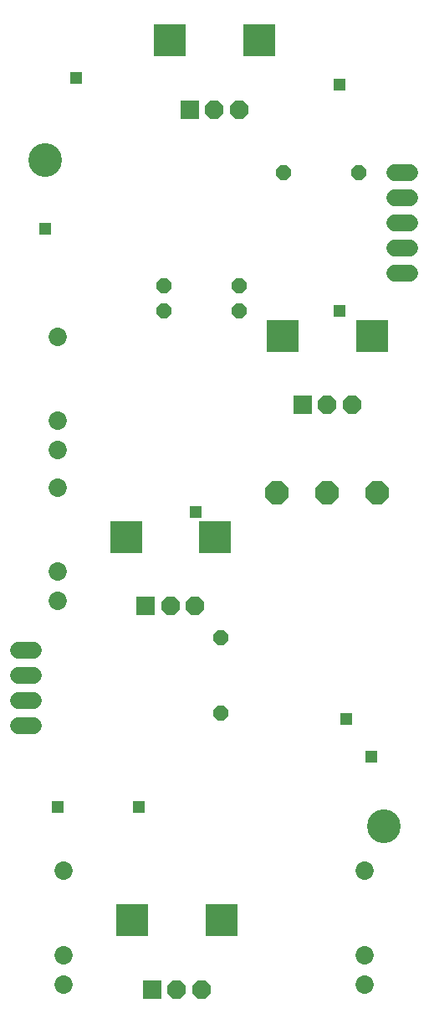
<source format=gbr>
G04 EAGLE Gerber RS-274X export*
G75*
%MOMM*%
%FSLAX34Y34*%
%LPD*%
%INSoldermask Bottom*%
%IPPOS*%
%AMOC8*
5,1,8,0,0,1.08239X$1,22.5*%
G01*
%ADD10C,3.403600*%
%ADD11P,1.649562X8X112.500000*%
%ADD12C,1.727200*%
%ADD13P,1.649562X8X22.500000*%
%ADD14C,1.853200*%
%ADD15R,1.879600X1.879600*%
%ADD16P,2.034460X8X292.500000*%
%ADD17R,3.319200X3.319200*%
%ADD18P,1.649562X8X202.500000*%
%ADD19P,2.556822X8X292.500000*%
%ADD20R,1.209600X1.209600*%


D10*
X38100Y857250D03*
X381000Y184150D03*
D11*
X215900Y298450D03*
X215900Y374650D03*
D12*
X392430Y844550D02*
X407670Y844550D01*
X407670Y819150D02*
X392430Y819150D01*
X392430Y793750D02*
X407670Y793750D01*
X407670Y768350D02*
X392430Y768350D01*
X392430Y742950D02*
X407670Y742950D01*
D13*
X279400Y844550D03*
X355600Y844550D03*
D14*
X57150Y138900D03*
X57150Y53900D03*
X57150Y23900D03*
X50800Y526250D03*
X50800Y441250D03*
X50800Y411250D03*
X50800Y678650D03*
X50800Y593650D03*
X50800Y563650D03*
X361950Y138900D03*
X361950Y53900D03*
X361950Y23900D03*
D15*
X184550Y907900D03*
D16*
X209550Y907900D03*
X234550Y907900D03*
D17*
X254550Y977900D03*
X164550Y977900D03*
D15*
X298850Y609450D03*
D16*
X323850Y609450D03*
X348850Y609450D03*
D17*
X368850Y679450D03*
X278850Y679450D03*
D15*
X140100Y406250D03*
D16*
X165100Y406250D03*
X190100Y406250D03*
D17*
X210100Y476250D03*
X120100Y476250D03*
D15*
X146450Y18900D03*
D16*
X171450Y18900D03*
X196450Y18900D03*
D17*
X216450Y88900D03*
X126450Y88900D03*
D18*
X234950Y704850D03*
X158750Y704850D03*
X234950Y730250D03*
X158750Y730250D03*
D12*
X26670Y361950D02*
X11430Y361950D01*
X11430Y336550D02*
X26670Y336550D01*
X26670Y311150D02*
X11430Y311150D01*
X11430Y285750D02*
X26670Y285750D01*
D19*
X374650Y520700D03*
X323850Y520700D03*
X273050Y520700D03*
D20*
X368300Y254000D03*
X342900Y292100D03*
X38100Y787400D03*
X69850Y939800D03*
X190500Y501650D03*
X133350Y203200D03*
X50800Y203200D03*
X336550Y704850D03*
X336550Y933450D03*
M02*

</source>
